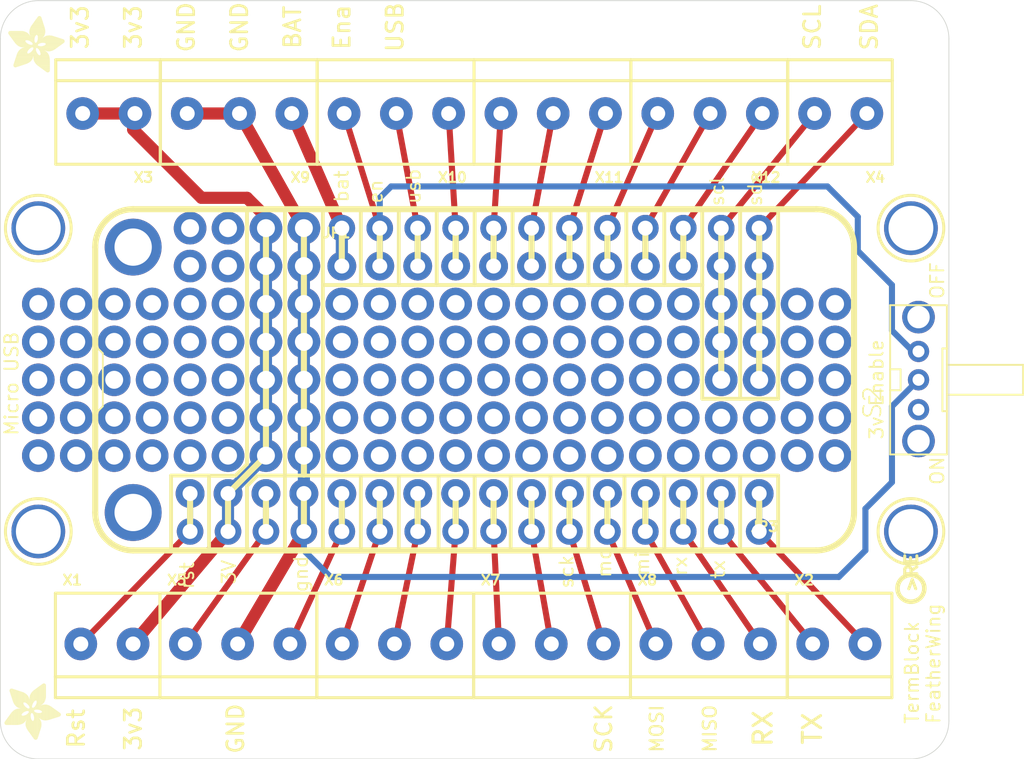
<source format=kicad_pcb>
(kicad_pcb (version 20211014) (generator pcbnew)
  (layers (0 "F.Cu" signal) (31 "B.Cu" signal) (34 "B.Paste" user) (35 "F.Paste" user) (36 "B.SilkS" user "B.Silkscreen") (37 "F.SilkS" user "F.Silkscreen") (38 "B.Mask" user) (39 "F.Mask" user) (44 "Edge.Cuts" user))
  (net 0 "")
  (net 1 "N$2")
  (net 2 "N$4")
  (net 3 "N$6")
  (net 4 "N$7")
  (net 5 "N$8")
  (net 6 "N$9")
  (net 7 "N$10")
  (net 8 "N$11")
  (net 9 "N$12")
  (net 10 "N$13")
  (net 11 "N$14")
  (net 12 "N$15")
  (net 13 "GND")
  (net 14 "AREF")
  (net 15 "3V")
  (net 16 "N$18")
  (net 17 "VBAT")
  (net 18 "USB")
  (net 19 "N$3")
  (net 20 "N$5")
  (net 21 "N$19")
  (net 22 "N$20")
  (net 23 "N$21")
  (net 24 "N$22")
  (net 25 "N$23")
  (net 26 "SCL")
  (net 27 "SDA")
  (net 28 "N$30")
  (net 29 "N$31")
  (net 30 "N$32")
  (net 31 "N$33")
  (net 32 "N$34")
  (net 33 "N$35")
  (net 34 "N$55")
  (net 35 "N$16")
  (net 36 "N$17")
  (net 37 "N$24")
  (net 38 "N$25")
  (net 39 "N$26")
  (net 40 "N$27")
  (net 41 "N$28")
  (net 42 "N$29")
  (net 43 "N$54")
  (net 44 "N$36")
  (net 45 "N$37")
  (net 46 "N$38")
  (net 47 "N$39")
  (net 48 "N$40")
  (net 49 "N$41")
  (net 50 "N$42")
  (net 51 "N$43")
  (net 52 "N$44")
  (net 53 "N$45")
  (net 54 "N$46")
  (net 55 "N$47")
  (net 56 "N$48")
  (net 57 "N$49")
  (net 58 "N$50")
  (net 59 "N$51")
  (net 60 "N$52")
  (net 61 "N$53")
  (net 62 "N$64")
  (net 63 "N$65")
  (net 64 "N$66")
  (net 65 "N$67")
  (net 66 "N$68")
  (net 67 "N$69")
  (net 68 "N$70")
  (net 69 "N$71")
  (net 70 "N$72")
  (net 71 "N$73")
  (net 72 "N$74")
  (net 73 "N$75")
  (net 74 "N$76")
  (net 75 "N$77")
  (net 76 "N$78")
  (net 77 "N$79")
  (net 78 "N$80")
  (net 79 "N$81")
  (net 80 "N$82")
  (net 81 "N$83")
  (net 82 "N$84")
  (net 83 "N$85")
  (net 84 "N$86")
  (net 85 "N$87")
  (net 86 "N$88")
  (net 87 "N$89")
  (net 88 "N$90")
  (net 89 "N$91")
  (net 90 "N$92")
  (net 91 "N$93")
  (net 92 "N$94")
  (net 93 "N$95")
  (net 94 "N$96")
  (net 95 "N$97")
  (net 96 "N$98")
  (net 97 "N$99")
  (net 98 "N$100")
  (net 99 "N$101")
  (net 100 "N$102")
  (net 101 "N$103")
  (net 102 "N$104")
  (net 103 "N$105")
  (net 104 "N$106")
  (net 105 "N$107")
  (net 106 "N$108")
  (net 107 "N$109")
  (net 108 "N$110")
  (net 109 "N$111")
  (net 110 "N$112")
  (net 111 "N$113")
  (net 112 "N$114")
  (net 113 "N$118")
  (net 114 "N$119")
  (net 115 "N$120")
  (net 116 "N$124")
  (net 117 "N$57")
  (net 118 "N$126")
  (net 119 "N$127")
  (net 120 "N$128")
  (net 121 "N$129")
  (net 122 "N$130")
  (net 123 "N$131")
  (net 124 "N$132")
  (net 125 "N$133")
  (net 126 "ENABLE")
  (footprint "boardEagle:TERMBLOCK_1X3-3.5MM" (layer "F.Cu") (at 164.3111 87.1636 180)
    (fp_text reference "X12")
    (fp_text value "")
  )
  (footprint "boardEagle:TERMBLOCK_1X3-3.5MM" (layer "F.Cu") (at 143.3111 87.1636 180)
    (fp_text reference "X10")
    (fp_text value "")
  )
  (footprint "boardEagle:TERMBLOCK_1X2-3.5MM" (layer "F.Cu") (at 172.8351 122.6996)
    (fp_text reference "X2")
    (fp_text value "")
  )
  (footprint "boardEagle:TERMBLOCK_1X3-3.5MM" (layer "F.Cu") (at 132.8111 87.1636 180)
    (fp_text reference "X9")
    (fp_text value "")
  )
  (footprint "boardEagle:TERMBLOCK_1X2-3.5MM" (layer "F.Cu") (at 123.8351 122.6996)
    (fp_text reference "X1")
    (fp_text value "")
  )
  (footprint "boardEagle:TERMBLOCK_1X3-3.5MM" (layer "F.Cu") (at 164.0851 122.6996)
    (fp_text reference "X8")
    (fp_text value "")
  )
  (footprint "boardEagle:1X16_ROUND_76MIL" (layer "F.Cu") (at 148.5011 112.6236 180)
    (fp_text reference "JP3")
    (fp_text value "")
  )
  (footprint "boardEagle:MOUNTINGHOLE_3.0_PLATEDTHIN" (layer "F.Cu") (at 119.2911 115.1636)
    (fp_text reference "U$3" hide)
    (fp_text value "MOUNTINGHOLE3.0THIN" hide)
  )
  (footprint "boardEagle:TERMBLOCK_1X3-3.5MM" (layer "F.Cu") (at 143.0851 122.6996)
    (fp_text reference "X6")
    (fp_text value "")
  )
  (footprint "boardEagle:TERMBLOCK_1X2-3.5MM" (layer "F.Cu") (at 173.0611 87.1636 180)
    (fp_text reference "X4")
    (fp_text value "")
  )
  (footprint "boardEagle:TERMBLOCK_1X3-3.5MM" (layer "F.Cu") (at 153.8111 87.1636 180)
    (fp_text reference "X11")
    (fp_text value "")
  )
  (footprint "boardEagle:TERMBLOCK_1X2-3.5MM" (layer "F.Cu") (at 124.0611 87.1636 180)
    (fp_text reference "X3")
    (fp_text value "")
  )
  (footprint "boardEagle:FEATHERWING_DIM" (layer "F.Cu") (at 123.1011 116.4336)
    (fp_text reference "MS1" hide)
    (fp_text value "FEATHERWING_NODIM" hide)
  )
  (footprint "boardEagle:1X12_ROUND_76MIL" (layer "F.Cu") (at 153.5811 97.3836)
    (fp_text reference "JP1")
    (fp_text value "")
  )
  (footprint "boardEagle:MOUNTINGHOLE_3.0_PLATEDTHIN" (layer "F.Cu") (at 177.7111 94.8436)
    (fp_text reference "U$5" hide)
    (fp_text value "MOUNTINGHOLE3.0THIN" hide)
  )
  (footprint "boardEagle:MOUNTINGHOLE_3.0_PLATEDTHIN" (layer "F.Cu") (at 119.2911 94.8436)
    (fp_text reference "U$2" hide)
    (fp_text value "MOUNTINGHOLE3.0THIN" hide)
  )
  (footprint "boardEagle:ADAFRUIT_3.5MM" (layer "F.Cu") (at 117.0051 125.3236 -90)
    (fp_text reference "U$7" hide)
    (fp_text value "" hide)
  )
  (footprint "boardEagle:TERMBLOCK_1X3-3.5MM" (layer "F.Cu") (at 132.5851 122.6996)
    (fp_text reference "X5")
    (fp_text value "")
  )
  (footprint "boardEagle:OS102011MA1Q" (layer "F.Cu") (at 178.2191 105.0036 90)
    (fp_text reference "S2")
    (fp_text value "OS102011MA1Q" hide)
  )
  (footprint "boardEagle:ADAFRUIT_3.5MM" (layer "F.Cu") (at 117.2591 84.4296)
    (fp_text reference "U$8" hide)
    (fp_text value "" hide)
  )
  (footprint "boardEagle:PCBFEAT-REV-040" (layer "F.Cu") (at 177.7111 118.9736 90)
    (fp_text reference "U$6" hide)
    (fp_text value "" hide)
  )
  (footprint "boardEagle:TERMBLOCK_1X3-3.5MM" (layer "F.Cu") (at 153.5851 122.6996)
    (fp_text reference "X7")
    (fp_text value "")
  )
  (footprint "boardEagle:MOUNTINGHOLE_3.0_PLATEDTHIN" (layer "F.Cu") (at 177.7111 115.1636)
    (fp_text reference "U$4" hide)
    (fp_text value "MOUNTINGHOLE3.0THIN" hide)
  )
  (gr_line (start 143.4211 111.5441) (end 143.4211 116.3066) (layer "F.SilkS") (width 0.254))
  (gr_line (start 163.7411 106.2736) (end 166.2811 106.2736) (layer "F.SilkS") (width 0.254))
  (gr_line (start 158.5341 111.4171) (end 158.5341 116.3066) (layer "F.SilkS") (width 0.254))
  (gr_line (start 166.2811 93.5736) (end 166.2811 106.2736) (layer "F.SilkS") (width 0.254))
  (gr_line (start 138.3411 111.4171) (end 138.3411 98.6536) (layer "F.SilkS") (width 0.254))
  (gr_line (start 150.9141 111.4171) (end 148.5011 111.4171) (layer "F.SilkS") (width 0.254))
  (gr_line (start 153.5811 111.4171) (end 150.9141 111.4171) (layer "F.SilkS") (width 0.254))
  (gr_line (start 166.2811 106.2736) (end 168.8211 106.2736) (layer "F.SilkS") (width 0.254))
  (gr_line (start 135.8011 116.3066) (end 135.8011 111.4171) (layer "F.SilkS") (width 0.254))
  (gr_line (start 162.4711 112.6236) (end 162.4711 115.1636) (layer "F.SilkS") (width 0.4064))
  (gr_line (start 148.5011 111.4171) (end 146.0881 111.4171) (layer "F.SilkS") (width 0.254))
  (gr_line (start 137.0711 115.1636) (end 137.0711 112.6236) (layer "F.SilkS") (width 0.4064))
  (gr_line (start 162.4711 94.8436) (end 162.4711 97.1296) (layer "F.SilkS") (width 0.4064))
  (gr_line (start 133.2611 112.1156) (end 133.2611 116.4971) (layer "F.SilkS") (width 0.254))
  (gr_line (start 132.2451 112.3696) (end 134.5311 110.0836) (layer "F.SilkS") (width 0.4064))
  (gr_line (start 142.1511 112.8776) (end 142.1511 114.9096) (layer "F.SilkS") (width 0.4064))
  (gr_line (start 153.5811 116.3066) (end 153.5811 111.4171) (layer "F.SilkS") (width 0.254))
  (gr_line (start 154.8511 97.1296) (end 154.8511 95.0976) (layer "F.SilkS") (width 0.4064))
  (gr_line (start 161.2011 111.4171) (end 163.7411 111.4171) (layer "F.SilkS") (width 0.254))
  (gr_line (start 149.7711 112.6236) (end 149.7711 114.9096) (layer "F.SilkS") (width 0.4064))
  (gr_line (start 140.8811 116.3066) (end 140.8811 111.4171) (layer "F.SilkS") (width 0.254))
  (gr_line (start 152.3111 95.0976) (end 152.3111 97.1296) (layer "F.SilkS") (width 0.4064))
  (gr_line (start 156.1211 111.4171) (end 153.5811 111.4171) (layer "F.SilkS") (width 0.254))
  (gr_line (start 151.0411 93.5736) (end 151.0411 98.6536) (layer "F.SilkS") (width 0.254))
  (gr_line (start 158.6611 93.5736) (end 158.6611 98.6536) (layer "F.SilkS") (width 0.254))
  (gr_line (start 125.6411 93.5736) (end 171.3611 93.5736) (layer "F.SilkS") (width 0.4064))
  (gr_line (start 157.3911 94.8436) (end 157.3911 97.1296) (layer "F.SilkS") (width 0.4064))
  (gr_line (start 149.7711 96.8756) (end 149.7711 95.0976) (layer "F.SilkS") (width 0.4064))
  (gr_line (start 165.0111 94.8436) (end 165.0111 105.0036) (layer "F.SilkS") (width 0.4064))
  (gr_line (start 163.7411 111.4171) (end 163.7411 116.4336) (layer "F.SilkS") (width 0.254))
  (gr_line (start 146.0881 111.4171) (end 140.8811 111.4171) (layer "F.SilkS") (width 0.254))
  (gr_line (start 158.6611 98.6536) (end 161.2011 98.6536) (layer "F.SilkS") (width 0.254))
  (gr_line (start 158.5341 111.4171) (end 161.2011 111.4171) (layer "F.SilkS") (width 0.254))
  (gr_line (start 163.7411 98.6536) (end 163.7411 106.2736) (layer "F.SilkS") (width 0.254))
  (gr_arc (start 173.9011 113.8936) (mid 173.157151 115.689651) (end 171.3611 116.4336) (layer "F.SilkS") (width 0.4064))
  (gr_line (start 147.2311 115.1636) (end 147.2311 112.8776) (layer "F.SilkS") (width 0.4064))
  (gr_line (start 147.2311 95.0976) (end 147.2311 97.1296) (layer "F.SilkS") (width 0.4064))
  (gr_line (start 138.3411 116.3066) (end 138.3411 111.4171) (layer "F.SilkS") (width 0.254))
  (gr_line (start 131.9911 115.1636) (end 131.9911 112.6236) (layer "F.SilkS") (width 0.4064))
  (gr_line (start 130.7211 116.3066) (end 130.7211 111.4171) (layer "F.SilkS") (width 0.254))
  (gr_line (start 156.1211 98.6536) (end 158.6611 98.6536) (layer "F.SilkS") (width 0.254))
  (gr_line (start 148.5011 98.6536) (end 148.5011 93.5736) (layer "F.SilkS") (width 0.254))
  (gr_line (start 138.3411 98.6536) (end 138.3411 93.5736) (layer "F.SilkS") (width 0.254))
  (gr_line (start 144.6911 114.9096) (end 144.6911 113.1316) (layer "F.SilkS") (width 0.4064))
  (gr_line (start 146.0881 116.3066) (end 146.0881 111.4171) (layer "F.SilkS") (width 0.254))
  (gr_line (start 144.6911 94.8436) (end 144.6911 97.3836) (layer "F.SilkS") (width 0.4064))
  (gr_line (start 133.9596 111.4171) (end 133.2611 112.1156) (layer "F.SilkS") (width 0.254))
  (gr_line (start 142.1511 94.8436) (end 142.1511 97.3836) (layer "F.SilkS") (width 0.4064))
  (gr_line (start 158.5341 111.4171) (end 156.1211 111.4171) (layer "F.SilkS") (width 0.254))
  (gr_line (start 159.9311 97.3836) (end 159.9311 95.0976) (layer "F.SilkS") (width 0.4064))
  (gr_line (start 148.5011 98.6536) (end 151.0411 98.6536) (layer "F.SilkS") (width 0.254))
  (gr_line (start 140.8811 93.5736) (end 140.8811 98.6536) (layer "F.SilkS") (width 0.254))
  (gr_line (start 135.8011 111.4171) (end 133.9596 111.4171) (layer "F.SilkS") (width 0.254))
  (gr_line (start 161.2011 93.5736) (end 161.2011 98.6536) (layer "F.SilkS") (width 0.254))
  (gr_line (start 140.8811 111.4171) (end 138.3411 111.4171) (layer "F.SilkS") (width 0.254))
  (gr_line (start 133.2611 110.6551) (end 133.2611 93.5736) (layer "F.SilkS") (width 0.254))
  (gr_line (start 166.2811 111.4171) (end 166.2811 116.3066) (layer "F.SilkS") (width 0.254))
  (gr_line (start 135.8011 93.5101) (end 135.8011 111.4171) (layer "F.SilkS") (width 0.254))
  (gr_line (start 148.5011 111.4171) (end 148.5011 116.3066) (layer "F.SilkS") (width 0.254))
  (gr_line (start 139.6111 114.9096) (end 139.6111 112.8776) (layer "F.SilkS") (width 0.4064))
  (gr_arc (start 125.6411 116.4336) (mid 123.845049 115.689651) (end 123.1011 113.8936) (layer "F.SilkS") (width 0.4064))
  (gr_line (start 151.0411 98.6536) (end 156.1211 98.6536) (layer "F.SilkS") (width 0.254))
  (gr_line (start 157.3911 112.6236) (end 157.3911 115.1636) (layer "F.SilkS") (width 0.4064))
  (gr_line (start 167.5511 114.9096) (end 167.5511 112.6236) (layer "F.SilkS") (width 0.4064))
  (gr_line (start 156.1211 116.3066) (end 156.1211 111.4171) (layer "F.SilkS") (width 0.254))
  (gr_line (start 166.2811 111.4171) (end 168.8211 111.4171) (layer "F.SilkS") (width 0.254))
  (gr_line (start 128.1811 111.4171) (end 128.1811 116.4336) (layer "F.SilkS") (width 0.254))
  (gr_arc (start 123.1011 96.1136) (mid 123.845049 94.317549) (end 125.6411 93.5736) (layer "F.SilkS") (width 0.4064))
  (gr_line (start 167.5511 105.0036) (end 167.5511 94.8436) (layer "F.SilkS") (width 0.4064))
  (gr_line (start 173.9011 96.1136) (end 173.9011 113.8936) (layer "F.SilkS") (width 0.4064))
  (gr_line (start 139.6111 94.8436) (end 139.6111 97.3836) (layer "F.SilkS") (width 0.4064))
  (gr_line (start 129.4511 115.1636) (end 129.4511 112.6236) (layer "F.SilkS") (width 0.4064))
  (gr_line (start 134.5311 110.0836) (end 134.5311 94.8436) (layer "F.SilkS") (width 0.4064))
  (gr_line (start 152.3111 112.6236) (end 152.3111 114.9096) (layer "F.SilkS") (width 0.4064))
  (gr_line (start 165.0111 115.1636) (end 165.0111 112.6236) (layer "F.SilkS") (width 0.4064))
  (gr_line (start 156.1211 93.5736) (end 156.1211 98.6536) (layer "F.SilkS") (width 0.254))
  (gr_line (start 130.6957 111.4298) (end 132.4737 111.4298) (layer "F.SilkS") (width 0.254))
  (gr_line (start 145.9611 98.6536) (end 148.5011 98.6536) (layer "F.SilkS") (width 0.254))
  (gr_line (start 137.0711 111.3536) (end 137.0711 94.8436) (layer "F.SilkS") (width 0.4064))
  (gr_line (start 153.5811 98.5266) (end 153.5811 93.5736) (layer "F.SilkS") (width 0.254))
  (gr_line (start 161.2011 111.4171) (end 161.2011 116.4336) (layer "F.SilkS") (width 0.254))
  (gr_line (start 133.2611 110.6551) (end 132.4991 111.4171) (layer "F.SilkS") (width 0.254))
  (gr_line (start 123.1011 113.8936) (end 123.1011 96.1136) (layer "F.SilkS") (width 0.4064))
  (gr_line (start 143.4211 98.6536) (end 145.9611 98.6536) (layer "F.SilkS") (width 0.254))
  (gr_line (start 171.3611 116.4336) (end 125.6411 116.4336) (layer "F.SilkS") (width 0.4064))
  (gr_line (start 159.9311 115.1636) (end 159.9311 112.6236) (layer "F.SilkS") (width 0.4064))
  (gr_line (start 163.7411 111.4171) (end 166.2811 111.4171) (layer "F.SilkS") (width 0.254))
  (gr_line (start 161.2011 98.6536) (end 163.7411 98.6536) (layer "F.SilkS") (width 0.254))
  (gr_line (start 134.5311 112.6236) (end 134.5311 114.9096) (layer "F.SilkS") (width 0.4064))
  (gr_line (start 130.7211 111.4171) (end 128.1811 111.4171) (layer "F.SilkS") (width 0.254))
  (gr_line (start 143.4211 93.5736) (end 143.4211 98.6536) (layer "F.SilkS") (width 0.254))
  (gr_line (start 150.9141 111.4171) (end 150.9141 116.3066) (layer "F.SilkS") (width 0.254))
  (gr_line (start 140.8811 98.6536) (end 143.4211 98.6536) (layer "F.SilkS") (width 0.254))
  (gr_line (start 154.8511 115.1636) (end 154.8511 112.6236) (layer "F.SilkS") (width 0.4064))
  (gr_line (start 138.3411 98.6536) (end 140.8811 98.6536) (layer "F.SilkS") (width 0.254))
  (gr_line (start 138.3411 111.4171) (end 135.8011 111.4171) (layer "F.SilkS") (width 0.254))
  (gr_line (start 145.9611 98.6536) (end 145.9611 93.5736) (layer "F.SilkS") (width 0.254))
  (gr_line (start 168.8211 106.2736) (end 168.8211 93.7006) (layer "F.SilkS") (width 0.254))
  (gr_line (start 168.8211 111.4171) (end 168.8211 116.4336) (layer "F.SilkS") (width 0.254))
  (gr_arc (start 171.3611 93.5736) (mid 173.157151 94.317549) (end 173.9011 96.1136) (layer "F.SilkS") (width 0.4064))
  (gr_line (start 163.7411 93.5736) (end 163.7411 98.6536) (layer "F.SilkS") (width 0.254))
  (gr_line (start 147.2311 94.8436) (end 147.2311 97.3836) (layer "F.SilkS") (width 0.4064))
  (gr_arc (start 177.7111 79.6036) (mid 179.507151 80.347549) (end 180.2511 82.1436) (layer "Edge.Cuts") (width 0.05))
  (gr_line (start 119.2911 79.6036) (end 177.7111 79.6036) (layer "Edge.Cuts") (width 0.05))
  (gr_arc (start 180.2511 127.8636) (mid 179.507151 129.659651) (end 177.7111 130.4036) (layer "Edge.Cuts") (width 0.05))
  (gr_line (start 116.7511 127.8636) (end 116.7511 82.1436) (layer "Edge.Cuts") (width 0.05))
  (gr_line (start 177.7111 130.4036) (end 119.2911 130.4036) (layer "Edge.Cuts") (width 0.05))
  (gr_arc (start 116.7511 82.1436) (mid 117.495049 80.347549) (end 119.2911 79.6036) (layer "Edge.Cuts") (width 0.05))
  (gr_line (start 180.2511 82.1436) (end 180.2511 127.8636) (layer "Edge.Cuts") (width 0.05))
  (gr_arc (start 119.2911 130.4036) (mid 117.495049 129.659651) (end 116.7511 127.8636) (layer "Edge.Cuts") (width 0.05))
  (gr_text "sck" (at 155.1813 119.0498 90) (layer "F.SilkS") (effects (font (size 0.89408 0.89408) (thickness 0.12192)) (justify left bottom)))
  (gr_text "mo" (at 157.7086 118.3386 90) (layer "F.SilkS") (effects (font (size 0.89408 0.89408) (thickness 0.12192)) (justify left bottom)))
  (gr_text "3v3" (at 122.0851 81.3816 90) (layer "F.SilkS") (effects (font (size 1.0922 1.0922) (thickness 0.1778))))
  (gr_text "GND" (at 132.4991 128.3716 90) (layer "F.SilkS") (effects (font (size 1.0922 1.0922) (thickness 0.1778))))
  (gr_text "tx" (at 165.3286 118.4021 90) (layer "F.SilkS") (effects (font (size 0.89408 0.89408) (thickness 0.12192)) (justify left bottom)))
  (gr_text "3V" (at 132.5753 118.7704 90) (layer "F.SilkS") (effects (font (size 0.89408 0.89408) (thickness 0.12192)) (justify left bottom)))
  (gr_text "mi" (at 160.2486 118.2116 90) (layer "F.SilkS") (effects (font (size 0.89408 0.89408) (thickness 0.12192)) (justify left bottom)))
  (gr_text "SDA" (at 174.9171 81.3816 90) (layer "F.SilkS") (effects (font (size 1.0922 1.0922) (thickness 0.1778))))
  (gr_text "GND" (at 132.7531 81.3816 90) (layer "F.SilkS") (effects (font (size 1.0922 1.0922) (thickness 0.1778))))
  (gr_text "TermBlock\nFeatherWing" (at 179.7431 128.1176 90) (layer "F.SilkS") (effects (font (size 0.89408 0.89408) (thickness 0.12192)) (justify left bottom)))
  (gr_text "3v3" (at 125.6411 81.3816 90) (layer "F.SilkS") (effects (font (size 1.0922 1.0922) (thickness 0.1778))))
  (gr_text "RX" (at 167.8051 128.3716 90) (layer "F.SilkS") (effects (font (size 1.223264 1.223264) (thickness 0.199136))))
  (gr_text "rx" (at 162.7886 118.2116 90) (layer "F.SilkS") (effects (font (size 0.89408 0.89408) (thickness 0.12192)) (justify left bottom)))
  (gr_text "3v3" (at 125.6411 128.3716 90) (layer "F.SilkS") (effects (font (size 1.0922 1.0922) (thickness 0.1778))))
  (gr_text "en" (at 142.4051 93.2561 90) (layer "F.SilkS") (effects (font (size 0.89408 0.89408) (thickness 0.12192)) (justify left bottom)))
  (gr_text "SCL" (at 171.1071 81.3816 90) (layer "F.SilkS") (effects (font (size 1.0922 1.0922) (thickness 0.1778))))
  (gr_text "MOSI" (at 160.6931 128.3716 90) (layer "F.SilkS") (effects (font (size 0.87376 0.87376) (thickness 0.14224))))
  (gr_text "ON" (at 179.9971 112.1156 90) (layer "F.SilkS") (effects (font (size 0.89408 0.89408) (thickness 0.12192)) (justify left bottom)))
  (gr_text "USB" (at 143.1671 81.3816 90) (layer "F.SilkS") (effects (font (size 1.0922 1.0922) (thickness 0.1778))))
  (gr_text "Rst" (at 121.8311 128.3716 90) (layer "F.SilkS") (effects (font (size 1.0922 1.0922) (thickness 0.1778))))
  (gr_text "bat" (at 140.1191 93.1926 90) (layer "F.SilkS") (effects (font (size 0.89408 0.89408) (thickness 0.12192)) (justify left bottom)))
  (gr_text "SCK" (at 157.1371 128.3716 90) (layer "F.SilkS") (effects (font (size 1.0922 1.0922) (thickness 0.1778))))
  (gr_text "MISO" (at 164.2491 128.3716 90) (layer "F.SilkS") (effects (font (size 0.87376 0.87376) (thickness 0.14224))))
  (gr_text "usb" (at 144.9451 93.2942 90) (layer "F.SilkS") (effects (font (size 0.89408 0.89408) (thickness 0.12192)) (justify left bottom)))
  (gr_text "Ena" (at 139.6111 81.3816 90) (layer "F.SilkS") (effects (font (size 1.0922 1.0922) (thickness 0.1778))))
  (gr_text "gnd" (at 137.4013 119.3038 90) (layer "F.SilkS") (effects (font (size 0.89408 0.89408) (thickness 0.12192)) (justify left bottom)))
  (gr_text "Micro USB" (at 118.0211 108.8136 90) (layer "F.SilkS") (effects (font (size 0.89408 0.89408) (thickness 0.12192)) (justify left bottom)))
  (gr_text "BAT" (at 136.3091 81.3816 90) (layer "F.SilkS") (effects (font (size 1.0922 1.0922) (thickness 0.1778))))
  (gr_text "GND" (at 129.1971 81.3816 90) (layer "F.SilkS") (effects (font (size 1.0922 1.0922) (thickness 0.1778))))
  (gr_text "OFF" (at 179.9971 99.6696 90) (layer "F.SilkS") (effects (font (size 0.89408 0.89408) (thickness 0.12192)) (justify left bottom)))
  (gr_text "sda" (at 167.8051 93.4466 90) (layer "F.SilkS") (effects (font (size 0.89408 0.89408) (thickness 0.12192)) (justify left bottom)))
  (gr_text "rst" (at 129.7813 119.1006 90) (layer "F.SilkS") (effects (font (size 0.89408 0.89408) (thickness 0.12192)) (justify left bottom)))
  (gr_text "TX" (at 171.1071 128.3716 90) (layer "F.SilkS") (effects (font (size 1.223264 1.223264) (thickness 0.199136))))
  (gr_text "scl" (at 165.2651 93.4466 90) (layer "F.SilkS") (effects (font (size 0.89408 0.89408) (thickness 0.12192)) (justify left bottom)))
  (gr_text "3v Enable" (at 175.9331 109.0676 90) (layer "F.SilkS") (effects (font (size 0.89408 0.89408) (thickness 0.12192)) (justify left bottom)))
  (segment (start 174.6351 122.6996) (end 167.5511 115.1636) (width 0.4064) (layer "F.Cu") (net 1))
  (segment (start 167.5511 112.6236) (end 167.5511 115.1636) (width 0.4064) (layer "B.Cu") (net 1))
  (segment (start 171.1351 122.6996) (end 165.0111 115.1636) (width 0.4064) (layer "F.Cu") (net 2))
  (segment (start 165.0111 115.1636) (end 165.0111 112.6236) (width 0.4064) (layer "B.Cu") (net 2))
  (segment (start 167.6351 122.6996) (end 162.4711 115.1636) (width 0.4064) (layer "F.Cu") (net 3))
  (segment (start 162.4711 112.6236) (end 162.4711 115.1636) (width 0.4064) (layer "B.Cu") (net 3))
  (segment (start 164.1351 122.6996) (end 159.9311 115.1636) (width 0.4064) (layer "F.Cu") (net 4))
  (segment (start 159.9311 112.6236) (end 159.9311 115.1636) (width 0.4064) (layer "B.Cu") (net 4))
  (segment (start 160.6351 122.6996) (end 157.3911 115.1636) (width 0.4064) (layer "F.Cu") (net 5))
  (segment (start 157.3911 115.1636) (end 157.3911 112.6236) (width 0.4064) (layer "B.Cu") (net 5))
  (segment (start 157.1351 122.6996) (end 154.8511 115.1636) (width 0.4064) (layer "F.Cu") (net 6))
  (segment (start 154.8511 112.6236) (end 154.8511 115.1636) (width 0.4064) (layer "B.Cu") (net 6))
  (segment (start 153.6351 122.6996) (end 152.3111 115.1636) (width 0.4064) (layer "F.Cu") (net 7))
  (segment (start 152.3111 115.1636) (end 152.3111 112.6236) (width 0.4064) (layer "B.Cu") (net 7))
  (segment (start 150.1351 122.6996) (end 149.7711 115.1636) (width 0.4064) (layer "F.Cu") (net 8))
  (segment (start 149.7711 112.6236) (end 149.7711 115.1636) (width 0.4064) (layer "B.Cu") (net 8))
  (segment (start 146.6351 122.6996) (end 147.2311 115.1636) (width 0.4064) (layer "F.Cu") (net 9))
  (segment (start 147.2311 115.1636) (end 147.2311 112.6236) (width 0.4064) (layer "B.Cu") (net 9))
  (segment (start 143.1351 122.6996) (end 144.6911 115.1636) (width 0.4064) (layer "F.Cu") (net 10))
  (segment (start 144.6911 112.6236) (end 144.6911 115.1636) (width 0.4064) (layer "B.Cu") (net 10))
  (segment (start 139.6351 122.6996) (end 142.1511 115.1636) (width 0.4064) (layer "F.Cu") (net 11))
  (segment (start 142.1511 115.1636) (end 142.1511 112.6236) (width 0.4064) (layer "B.Cu") (net 11))
  (segment (start 136.1351 122.6996) (end 139.6111 115.1636) (width 0.4064) (layer "F.Cu") (net 12))
  (segment (start 139.6111 112.6236) (end 139.6111 115.1636) (width 0.4064) (layer "B.Cu") (net 12))
  (segment (start 129.2611 87.1636) (end 132.7611 87.1636) (width 0.8128) (layer "F.Cu") (net 13))
  (segment (start 132.6351 122.6996) (end 137.0711 115.1636) (width 0.8128) (layer "F.Cu") (net 13))
  (segment (start 129.1971 87.0996) (end 129.2611 87.1636) (width 0.4064) (layer "F.Cu") (net 13))
  (segment (start 137.0711 94.8436) (end 132.7611 87.1636) (width 0.8128) (layer "F.Cu") (net 13))
  (via (at 137.0711 97.3836) (size 2.1844) (drill 1.2) (layers "F.Cu" "B.Cu") (net 13))
  (via (at 137.0711 99.9236) (size 2.1844) (drill 1.2) (layers "F.Cu" "B.Cu") (net 13))
  (via (at 137.0711 94.8436) (size 2.1844) (drill 1.2) (layers "F.Cu" "B.Cu") (net 13))
  (via (at 137.0711 107.5436) (size 2.1844) (drill 1.2) (layers "F.Cu" "B.Cu") (net 13))
  (via (at 137.0711 105.0036) (size 2.1844) (drill 1.2) (layers "F.Cu" "B.Cu") (net 13))
  (via (at 137.0711 110.0836) (size 2.1844) (drill 1.2) (layers "F.Cu" "B.Cu") (net 13))
  (via (at 137.0711 102.4636) (size 2.1844) (drill 1.2) (layers "F.Cu" "B.Cu") (net 13))
  (segment (start 174.6631 116.4336) (end 174.6631 113.6396) (width 0.4064) (layer "B.Cu") (net 13))
  (segment (start 137.0711 97.3836) (end 137.0711 94.8436) (width 0.8128) (layer "B.Cu") (net 13))
  (segment (start 137.0711 102.4636) (end 137.0711 99.9236) (width 0.8128) (layer "B.Cu") (net 13))
  (segment (start 137.0711 114.9096) (end 137.0711 115.1636) (width 0.6096) (layer "B.Cu") (net 13))
  (segment (start 137.0711 97.3836) (end 137.0711 98.6536) (width 0.8128) (layer "B.Cu") (net 13))
  (segment (start 137.0711 114.9096) (end 137.0711 116.4336) (width 0.4064) (layer "B.Cu") (net 13))
  (segment (start 176.4411 106.7816) (end 178.2191 105.0036) (width 0.4064) (layer "B.Cu") (net 13))
  (segment (start 176.4411 111.8616) (end 176.4411 106.7816) (width 0.4064) (layer "B.Cu") (net 13))
  (segment (start 138.8491 118.2116) (end 172.8851 118.2116) (width 0.4064) (layer "B.Cu") (net 13))
  (segment (start 172.8851 118.2116) (end 174.6631 116.4336) (width 0.4064) (layer "B.Cu") (net 13))
  (segment (start 137.0711 112.6236) (end 137.0711 114.9096) (width 0.8128) (layer "B.Cu") (net 13))
  (segment (start 137.0711 105.0036) (end 137.0711 102.4636) (width 0.8128) (layer "B.Cu") (net 13))
  (segment (start 137.0711 99.9236) (end 137.0711 98.6536) (width 0.8128) (layer "B.Cu") (net 13))
  (segment (start 137.0711 110.0836) (end 137.0711 107.5436) (width 0.8128) (layer "B.Cu") (net 13))
  (segment (start 137.0711 116.4336) (end 138.8491 118.2116) (width 0.4064) (layer "B.Cu") (net 13))
  (segment (start 137.0711 107.5436) (end 137.0711 105.0036) (width 0.8128) (layer "B.Cu") (net 13))
  (segment (start 174.6631 113.6396) (end 176.4411 111.8616) (width 0.4064) (layer "B.Cu") (net 13))
  (segment (start 137.0711 112.6236) (end 137.0711 110.0836) (width 0.8128) (layer "B.Cu") (net 13))
  (segment (start 129.1351 122.6996) (end 134.5311 115.1636) (width 0.4064) (layer "F.Cu") (net 14))
  (segment (start 134.5311 112.6236) (end 134.5311 115.1636) (width 0.4064) (layer "B.Cu") (net 14))
  (segment (start 122.2611 87.1636) (end 125.7611 87.1636) (width 0.8128) (layer "F.Cu") (net 15))
  (segment (start 134.5311 94.0816) (end 133.2611 92.8116) (width 0.8128) (layer "F.Cu") (net 15))
  (segment (start 130.2131 92.8116) (end 125.6411 88.2396) (width 0.8128) (layer "F.Cu") (net 15))
  (segment (start 134.5311 94.8436) (end 134.5311 94.0816) (width 0.8128) (layer "F.Cu") (net 15))
  (segment (start 133.2611 92.8116) (end 130.2131 92.8116) (width 0.8128) (layer "F.Cu") (net 15))
  (segment (start 125.6351 122.6996) (end 131.9911 115.1636) (width 0.8128) (layer "F.Cu") (net 15))
  (segment (start 125.6411 88.2396) (end 125.7611 87.1636) (width 0.8128) (layer "F.Cu") (net 15))
  (via (at 134.5311 97.3836) (size 2.1844) (drill 1.2) (layers "F.Cu" "B.Cu") (net 15))
  (via (at 134.5311 102.4636) (size 2.1844) (drill 1.2) (layers "F.Cu" "B.Cu") (net 15))
  (via (at 134.5311 110.0836) (size 2.1844) (drill 1.2) (layers "F.Cu" "B.Cu") (net 15))
  (via (at 134.5311 105.0036) (size 2.1844) (drill 1.2) (layers "F.Cu" "B.Cu") (net 15))
  (via (at 134.5311 94.8436) (size 2.1844) (drill 1.2) (layers "F.Cu" "B.Cu") (net 15))
  (via (at 134.5311 107.5436) (size 2.1844) (drill 1.2) (layers "F.Cu" "B.Cu") (net 15))
  (via (at 134.5311 99.9236) (size 2.1844) (drill 1.2) (layers "F.Cu" "B.Cu") (net 15))
  (segment (start 134.5311 107.5436) (end 134.5311 110.0836) (width 0.8128) (layer "B.Cu") (net 15))
  (segment (start 134.5311 102.4636) (end 134.5311 105.0036) (width 0.8128) (layer "B.Cu") (net 15))
  (segment (start 131.9911 112.6236) (end 131.9911 115.1636) (width 0.8128) (layer "B.Cu") (net 15))
  (segment (start 134.5311 105.0036) (end 134.5311 107.5436) (width 0.8128) (layer "B.Cu") (net 15))
  (segment (start 134.5311 110.0836) (end 131.9911 112.6236) (width 0.8128) (layer "B.Cu") (net 15))
  (segment (start 134.5311 97.3836) (end 134.5311 99.9236) (width 0.8128) (layer "B.Cu") (net 15))
  (segment (start 134.5311 99.9236) (end 134.5311 102.4636) (width 0.8128) (layer "B.Cu") (net 15))
  (segment (start 134.5311 94.8436) (end 134.5311 97.3836) (width 0.8128) (layer "B.Cu") (net 15))
  (segment (start 122.1351 122.6996) (end 129.4511 115.1636) (width 0.4064) (layer "F.Cu") (net 16))
  (segment (start 129.4511 115.1636) (end 129.4511 112.6236) (width 0.4064) (layer "B.Cu") (net 16))
  (segment (start 136.2611 86.6676) (end 136.2611 87.1636) (width 0.8128) (layer "F.Cu") (net 17))
  (segment (start 139.6111 94.8436) (end 136.2611 87.1636) (width 0.8128) (layer "F.Cu") (net 17))
  (segment (start 139.6111 94.8436) (end 139.6111 97.3836) (width 0.8128) (layer "B.Cu") (net 17))
  (segment (start 144.6911 94.8436) (end 143.2611 87.1636) (width 0.4064) (layer "F.Cu") (net 18))
  (segment (start 144.6911 94.8436) (end 144.6911 97.3836) (width 0.4064) (layer "B.Cu") (net 18))
  (segment (start 147.2311 94.8436) (end 146.7611 87.1636) (width 0.4064) (layer "F.Cu") (net 19))
  (segment (start 147.2311 97.3836) (end 147.2311 94.8436) (width 0.4064) (layer "B.Cu") (net 19))
  (segment (start 149.7711 94.8436) (end 150.2611 87.1636) (width 0.4064) (layer "F.Cu") (net 20))
  (segment (start 149.7711 94.8436) (end 149.7711 97.3836) (width 0.4064) (layer "B.Cu") (net 20))
  (segment (start 152.3111 94.8436) (end 153.7611 87.1636) (width 0.4064) (layer "F.Cu") (net 21))
  (segment (start 152.3111 97.3836) (end 152.3111 94.8436) (width 0.4064) (layer "B.Cu") (net 21))
  (segment (start 154.8511 94.8436) (end 157.2611 87.1636) (width 0.4064) (layer "F.Cu") (net 22))
  (segment (start 154.8511 94.8436) (end 154.8511 97.3836) (width 0.4064) (layer "B.Cu") (net 22))
  (segment (start 157.3911 94.8436) (end 160.7611 87.1636) (width 0.4064) (layer "F.Cu") (net 23))
  (segment (start 157.3911 97.3836) (end 157.3911 94.8436) (width 0.4064) (layer "B.Cu") (net 23))
  (segment (start 159.9311 94.8436) (end 164.2611 87.1636) (width 0.4064) (layer "F.Cu") (net 24))
  (segment (start 159.9311 94.8436) (end 159.9311 97.3836) (width 0.4064) (layer "B.Cu") (net 24))
  (segment (start 162.4711 94.8436) (end 167.7611 87.1636) (width 0.4064) (layer "F.Cu") (net 25))
  (segment (start 162.4711 97.3836) (end 162.4711 94.8436) (width 0.4064) (layer "B.Cu") (net 25))
  (segment (start 165.0111 94.8436) (end 171.2611 87.1636) (width 0.4064) (layer "F.Cu") (net 26))
  (via (at 165.0111 99.9236) (size 2.1844) (drill 1.2) (layers "F.Cu" "B.Cu") (net 26))
  (via (at 165.0111 102.4636) (size 2.1844) (drill 1.2) (layers "F.Cu" "B.Cu") (net 26))
  (via (at 165.0111 105.0036) (size 2.1844) (drill 1.2) (layers "F.Cu" "B.Cu") (net 26))
  (segment (start 165.0111 102.4636) (end 165.0111 105.0036) (width 0.4064) (layer "B.Cu") (net 26))
  (segment (start 165.0111 97.3836) (end 165.0111 99.9236) (width 0.4064) (layer "B.Cu") (net 26))
  (segment (start 165.0111 99.9236) (end 165.0111 102.4636) (width 0.4064) (layer "B.Cu") (net 26))
  (segment (start 165.0111 94.8436) (end 165.0111 97.3836) (width 0.4064) (layer "B.Cu") (net 26))
  (segment (start 167.5511 94.8436) (end 174.7611 87.1636) (width 0.4064) (layer "F.Cu") (net 27))
  (via (at 167.5511 102.4636) (size 2.1844) (drill 1.2) (layers "F.Cu" "B.Cu") (net 27))
  (via (at 167.5511 99.9236) (size 2.1844) (drill 1.2) (layers "F.Cu" "B.Cu") (net 27))
  (via (at 167.5511 105.0036) (size 2.1844) (drill 1.2) (layers "F.Cu" "B.Cu") (net 27))
  (segment (start 167.5511 102.4636) (end 167.5511 99.9236) (width 0.4064) (layer "B.Cu") (net 27))
  (segment (start 167.5511 99.9236) (end 167.5511 97.3836) (width 0.4064) (layer "B.Cu") (net 27))
  (segment (start 167.5511 105.0036) (end 167.5511 102.4636) (width 0.4064) (layer "B.Cu") (net 27))
  (segment (start 167.5511 94.8436) (end 167.5511 97.3836) (width 0.4064) (layer "B.Cu") (net 27))
  (via (at 131.9911 94.8436) (size 2.1844) (drill 1.2) (layers "F.Cu" "B.Cu") (net 28))
  (via (at 131.9911 97.3836) (size 2.1844) (drill 1.2) (layers "F.Cu" "B.Cu") (net 29))
  (via (at 129.4511 97.3836) (size 2.1844) (drill 1.2) (layers "F.Cu" "B.Cu") (net 30))
  (via (at 129.4511 94.8436) (size 2.1844) (drill 1.2) (layers "F.Cu" "B.Cu") (net 31))
  (via (at 129.4511 99.9236) (size 2.1844) (drill 1.2) (layers "F.Cu" "B.Cu") (net 32))
  (via (at 126.9111 99.9236) (size 2.1844) (drill 1.2) (layers "F.Cu" "B.Cu") (net 33))
  (via (at 124.3711 99.9236) (size 2.1844) (drill 1.2) (layers "F.Cu" "B.Cu") (net 34))
  (via (at 121.8311 99.9236) (size 2.1844) (drill 1.2) (layers "F.Cu" "B.Cu") (net 35))
  (via (at 119.2911 99.9236) (size 2.1844) (drill 1.2) (layers "F.Cu" "B.Cu") (net 36))
  (via (at 121.8311 102.4636) (size 2.1844) (drill 1.2) (layers "F.Cu" "B.Cu") (net 37))
  (via (at 119.2911 102.4636) (size 2.1844) (drill 1.2) (layers "F.Cu" "B.Cu") (net 38))
  (via (at 121.8311 105.0036) (size 2.1844) (drill 1.2) (layers "F.Cu" "B.Cu") (net 39))
  (via (at 119.2911 105.0036) (size 2.1844) (drill 1.2) (layers "F.Cu" "B.Cu") (net 40))
  (via (at 121.8311 107.5436) (size 2.1844) (drill 1.2) (layers "F.Cu" "B.Cu") (net 41))
  (via (at 119.2911 107.5436) (size 2.1844) (drill 1.2) (layers "F.Cu" "B.Cu") (net 42))
  (via (at 121.8311 110.0836) (size 2.1844) (drill 1.2) (layers "F.Cu" "B.Cu") (net 43))
  (via (at 119.2911 110.0836) (size 2.1844) (drill 1.2) (layers "F.Cu" "B.Cu") (net 44))
  (via (at 124.3711 102.4636) (size 2.1844) (drill 1.2) (layers "F.Cu" "B.Cu") (net 45))
  (via (at 126.9111 102.4636) (size 2.1844) (drill 1.2) (layers "F.Cu" "B.Cu") (net 46))
  (via (at 129.4511 102.4636) (size 2.1844) (drill 1.2) (layers "F.Cu" "B.Cu") (net 47))
  (via (at 129.4511 105.0036) (size 2.1844) (drill 1.2) (layers "F.Cu" "B.Cu") (net 48))
  (via (at 126.9111 105.0036) (size 2.1844) (drill 1.2) (layers "F.Cu" "B.Cu") (net 49))
  (via (at 124.3711 105.0036) (size 2.1844) (drill 1.2) (layers "F.Cu" "B.Cu") (net 50))
  (via (at 124.3711 107.5436) (size 2.1844) (drill 1.2) (layers "F.Cu" "B.Cu") (net 51))
  (via (at 126.9111 107.5436) (size 2.1844) (drill 1.2) (layers "F.Cu" "B.Cu") (net 52))
  (via (at 129.4511 107.5436) (size 2.1844) (drill 1.2) (layers "F.Cu" "B.Cu") (net 53))
  (via (at 129.4511 110.0836) (size 2.1844) (drill 1.2) (layers "F.Cu" "B.Cu") (net 54))
  (via (at 126.9111 110.0836) (size 2.1844) (drill 1.2) (layers "F.Cu" "B.Cu") (net 55))
  (via (at 124.3711 110.0836) (size 2.1844) (drill 1.2) (layers "F.Cu" "B.Cu") (net 56))
  (via (at 131.9911 110.0836) (size 2.1844) (drill 1.2) (layers "F.Cu" "B.Cu") (net 57))
  (via (at 131.9911 107.5436) (size 2.1844) (drill 1.2) (layers "F.Cu" "B.Cu") (net 58))
  (via (at 131.9911 105.0036) (size 2.1844) (drill 1.2) (layers "F.Cu" "B.Cu") (net 59))
  (via (at 131.9911 102.4636) (size 2.1844) (drill 1.2) (layers "F.Cu" "B.Cu") (net 60))
  (via (at 131.9911 99.9236) (size 2.1844) (drill 1.2) (layers "F.Cu" "B.Cu") (net 61))
  (via (at 139.6111 99.9236) (size 2.1844) (drill 1.2) (layers "F.Cu" "B.Cu") (net 62))
  (via (at 142.1511 99.9236) (size 2.1844) (drill 1.2) (layers "F.Cu" "B.Cu") (net 63))
  (via (at 144.6911 99.9236) (size 2.1844) (drill 1.2) (layers "F.Cu" "B.Cu") (net 64))
  (via (at 139.6111 102.4636) (size 2.1844) (drill 1.2) (layers "F.Cu" "B.Cu") (net 65))
  (via (at 139.6111 105.0036) (size 2.1844) (drill 1.2) (layers "F.Cu" "B.Cu") (net 66))
  (via (at 139.6111 107.5436) (size 2.1844) (drill 1.2) (layers "F.Cu" "B.Cu") (net 67))
  (via (at 139.6111 110.0836) (size 2.1844) (drill 1.2) (layers "F.Cu" "B.Cu") (net 68))
  (via (at 142.1511 110.0836) (size 2.1844) (drill 1.2) (layers "F.Cu" "B.Cu") (net 69))
  (via (at 142.1511 107.5436) (size 2.1844) (drill 1.2) (layers "F.Cu" "B.Cu") (net 70))
  (via (at 142.1511 105.0036) (size 2.1844) (drill 1.2) (layers "F.Cu" "B.Cu") (net 71))
  (via (at 142.1511 102.4636) (size 2.1844) (drill 1.2) (layers "F.Cu" "B.Cu") (net 72))
  (via (at 144.6911 102.4636) (size 2.1844) (drill 1.2) (layers "F.Cu" "B.Cu") (net 73))
  (via (at 144.6911 105.0036) (size 2.1844) (drill 1.2) (layers "F.Cu" "B.Cu") (net 74))
  (via (at 144.6911 107.5436) (size 2.1844) (drill 1.2) (layers "F.Cu" "B.Cu") (net 75))
  (via (at 144.6911 110.0836) (size 2.1844) (drill 1.2) (layers "F.Cu" "B.Cu") (net 76))
  (via (at 147.2311 110.0836) (size 2.1844) (drill 1.2) (layers "F.Cu" "B.Cu") (net 77))
  (via (at 147.2311 107.5436) (size 2.1844) (drill 1.2) (layers "F.Cu" "B.Cu") (net 78))
  (via (at 147.2311 99.9236) (size 2.1844) (drill 1.2) (layers "F.Cu" "B.Cu") (net 79))
  (via (at 147.2311 102.4636) (size 2.1844) (drill 1.2) (layers "F.Cu" "B.Cu") (net 80))
  (via (at 147.2311 105.0036) (size 2.1844) (drill 1.2) (layers "F.Cu" "B.Cu") (net 81))
  (via (at 149.7711 110.0836) (size 2.1844) (drill 1.2) (layers "F.Cu" "B.Cu") (net 82))
  (via (at 149.7711 107.5436) (size 2.1844) (drill 1.2) (layers "F.Cu" "B.Cu") (net 83))
  (via (at 149.7711 105.0036) (size 2.1844) (drill 1.2) (layers "F.Cu" "B.Cu") (net 84))
  (via (at 149.7711 102.4636) (size 2.1844) (drill 1.2) (layers "F.Cu" "B.Cu") (net 85))
  (via (at 149.7711 99.9236) (size 2.1844) (drill 1.2) (layers "F.Cu" "B.Cu") (net 86))
  (via (at 152.3111 99.9236) (size 2.1844) (drill 1.2) (layers "F.Cu" "B.Cu") (net 87))
  (via (at 152.3111 102.4636) (size 2.1844) (drill 1.2) (layers "F.Cu" "B.Cu") (net 88))
  (via (at 152.3111 105.0036) (size 2.1844) (drill 1.2) (layers "F.Cu" "B.Cu") (net 89))
  (via (at 152.3111 107.5436) (size 2.1844) (drill 1.2) (layers "F.Cu" "B.Cu") (net 90))
  (via (at 152.3111 110.0836) (size 2.1844) (drill 1.2) (layers "F.Cu" "B.Cu") (net 91))
  (via (at 154.8511 110.0836) (size 2.1844) (drill 1.2) (layers "F.Cu" "B.Cu") (net 92))
  (via (at 154.8511 107.5436) (size 2.1844) (drill 1.2) (layers "F.Cu" "B.Cu") (net 93))
  (via (at 154.8511 105.0036) (size 2.1844) (drill 1.2) (layers "F.Cu" "B.Cu") (net 94))
  (via (at 154.8511 102.4636) (size 2.1844) (drill 1.2) (layers "F.Cu" "B.Cu") (net 95))
  (via (at 154.8511 99.9236) (size 2.1844) (drill 1.2) (layers "F.Cu" "B.Cu") (net 96))
  (via (at 157.3911 99.9236) (size 2.1844) (drill 1.2) (layers "F.Cu" "B.Cu") (net 97))
  (via (at 157.3911 102.4636) (size 2.1844) (drill 1.2) (layers "F.Cu" "B.Cu") (net 98))
  (via (at 157.3911 105.0036) (size 2.1844) (drill 1.2) (layers "F.Cu" "B.Cu") (net 99))
  (via (at 157.3911 107.5436) (size 2.1844) (drill 1.2) (layers "F.Cu" "B.Cu") (net 100))
  (via (at 157.3911 110.0836) (size 2.1844) (drill 1.2) (layers "F.Cu" "B.Cu") (net 101))
  (via (at 159.9311 110.0836) (size 2.1844) (drill 1.2) (layers "F.Cu" "B.Cu") (net 102))
  (via (at 159.9311 107.5436) (size 2.1844) (drill 1.2) (layers "F.Cu" "B.Cu") (net 103))
  (via (at 159.9311 105.0036) (size 2.1844) (drill 1.2) (layers "F.Cu" "B.Cu") (net 104))
  (via (at 159.9311 102.4636) (size 2.1844) (drill 1.2) (layers "F.Cu" "B.Cu") (net 105))
  (via (at 159.9311 99.9236) (size 2.1844) (drill 1.2) (layers "F.Cu" "B.Cu") (net 106))
  (via (at 162.4711 99.9236) (size 2.1844) (drill 1.2) (layers "F.Cu" "B.Cu") (net 107))
  (via (at 162.4711 102.4636) (size 2.1844) (drill 1.2) (layers "F.Cu" "B.Cu") (net 108))
  (via (at 162.4711 105.0036) (size 2.1844) (drill 1.2) (layers "F.Cu" "B.Cu") (net 109))
  (via (at 162.4711 107.5436) (size 2.1844) (drill 1.2) (layers "F.Cu" "B.Cu") (net 110))
  (via (at 162.4711 110.0836) (size 2.1844) (drill 1.2) (layers "F.Cu" "B.Cu") (net 111))
  (via (at 165.0111 110.0836) (size 2.1844) (drill 1.2) (layers "F.Cu" "B.Cu") (net 112))
  (via (at 165.0111 107.5436) (size 2.1844) (drill 1.2) (layers "F.Cu" "B.Cu") (net 113))
  (via (at 167.5511 110.0836) (size 2.1844) (drill 1.2) (layers "F.Cu" "B.Cu") (net 114))
  (via (at 167.5511 107.5436) (size 2.1844) (drill 1.2) (layers "F.Cu" "B.Cu") (net 115))
  (via (at 170.0911 99.9236) (size 2.1844) (drill 1.2) (layers "F.Cu" "B.Cu") (net 116))
  (via (at 172.6311 99.9236) (size 2.1844) (drill 1.2) (layers "F.Cu" "B.Cu") (net 117))
  (via (at 172.6311 102.4636) (size 2.1844) (drill 1.2) (layers "F.Cu" "B.Cu") (net 118))
  (via (at 172.6311 105.0036) (size 2.1844) (drill 1.2) (layers "F.Cu" "B.Cu") (net 119))
  (via (at 172.6311 107.5436) (size 2.1844) (drill 1.2) (layers "F.Cu" "B.Cu") (net 120))
  (via (at 172.6311 110.0836) (size 2.1844) (drill 1.2) (layers "F.Cu" "B.Cu") (net 121))
  (via (at 170.0911 110.0836) (size 2.1844) (drill 1.2) (layers "F.Cu" "B.Cu") (net 122))
  (via (at 170.0911 107.5436) (size 2.1844) (drill 1.2) (layers "F.Cu" "B.Cu") (net 123))
  (via (at 170.0911 105.0036) (size 2.1844) (drill 1.2) (layers "F.Cu" "B.Cu") (net 124))
  (via (at 170.0911 102.4636) (size 2.1844) (drill 1.2) (layers "F.Cu" "B.Cu") (net 125))
  (segment (start 142.1511 94.8436) (end 139.7611 87.1636) (width 0.4064) (layer "F.Cu") (net 126))
  (segment (start 174.1551 94.0816) (end 174.1551 96.3676) (width 0.4064) (layer "B.Cu") (net 126))
  (segment (start 142.9131 92.0496) (end 172.1231 92.0496) (width 0.4064) (layer "B.Cu") (net 126))
  (segment (start 176.4411 101.7016) (end 177.8431 103.1036) (width 0.4064) (layer "B.Cu") (net 126))
  (segment (start 176.4411 98.6536) (end 176.4411 101.7016) (width 0.4064) (layer "B.Cu") (net 126))
  (segment (start 142.1511 94.8436) (end 142.1511 92.8116) (width 0.4064) (layer "B.Cu") (net 126))
  (segment (start 177.8431 103.1036) (end 178.2191 103.1036) (width 0.4064) (layer "B.Cu") (net 126))
  (segment (start 174.1551 96.3676) (end 176.4411 98.6536) (width 0.4064) (layer "B.Cu") (net 126))
  (segment (start 172.1231 92.0496) (end 174.1551 94.0816) (width 0.4064) (layer "B.Cu") (net 126))
  (segment (start 142.1511 97.3836) (end 142.1511 94.8436) (width 0.4064) (layer "B.Cu") (net 126))
  (segment (start 142.1511 92.8116) (end 142.9131 92.0496) (width 0.4064) (layer "B.Cu") (net 126))
)
</source>
